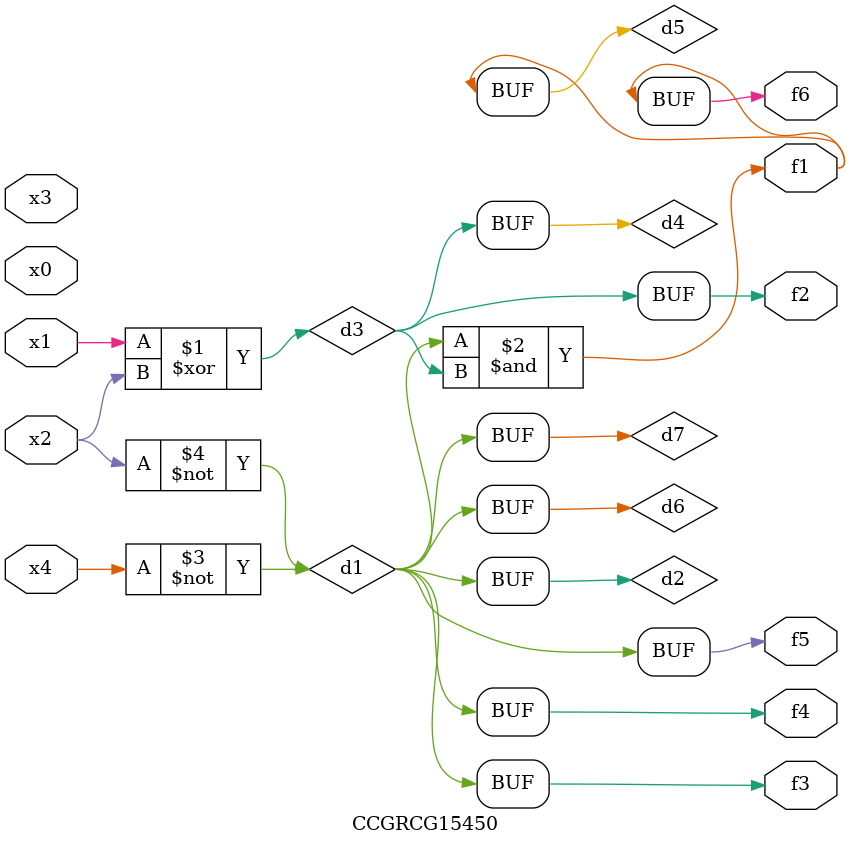
<source format=v>
module CCGRCG15450(
	input x0, x1, x2, x3, x4,
	output f1, f2, f3, f4, f5, f6
);

	wire d1, d2, d3, d4, d5, d6, d7;

	not (d1, x4);
	not (d2, x2);
	xor (d3, x1, x2);
	buf (d4, d3);
	and (d5, d1, d3);
	buf (d6, d1, d2);
	buf (d7, d2);
	assign f1 = d5;
	assign f2 = d4;
	assign f3 = d7;
	assign f4 = d7;
	assign f5 = d7;
	assign f6 = d5;
endmodule

</source>
